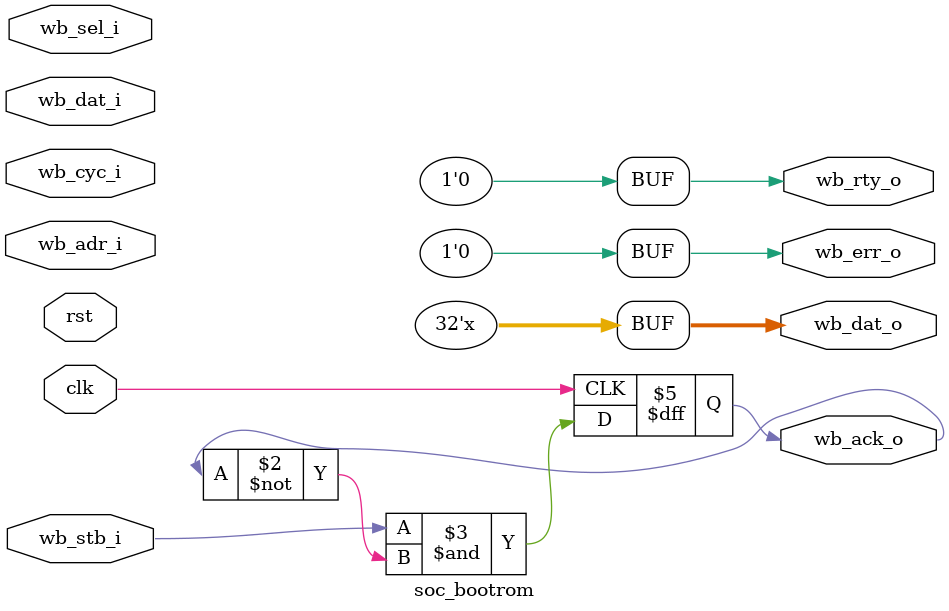
<source format=sv>

module soc_bootrom #(
  parameter AW = 32,
  parameter DW = 32
) (
  input clk,
  input rst,

  input      [AW-1:0] wb_adr_i,
  input      [DW-1:0] wb_dat_i,
  input               wb_cyc_i,
  input               wb_stb_i,
  input      [   3:0] wb_sel_i,
  output reg [DW-1:0] wb_dat_o,
  output reg          wb_ack_o,
  output              wb_err_o,
  output              wb_rty_o
);

  //////////////////////////////////////////////////////////////////////////////
  // Module Body
  //////////////////////////////////////////////////////////////////////////////

  always @(posedge clk) begin
    wb_ack_o <= wb_stb_i & ~wb_ack_o;
  end

  assign wb_err_o = 1'b0;
  assign wb_rty_o = 1'b0;

  always @(*) begin
    case (wb_adr_i[7:2])
      `include "soc_bootrom_code.sv"
      default: wb_dat_o = 32'hx;
    endcase
  end
endmodule

</source>
